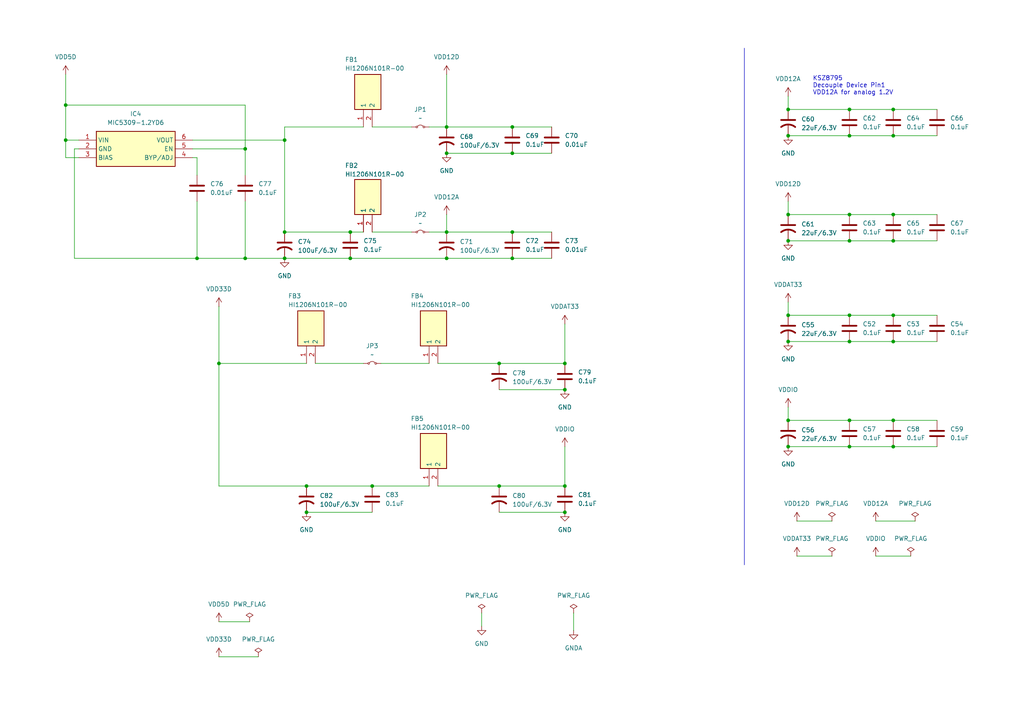
<source format=kicad_sch>
(kicad_sch (version 20250114) (generator "eeschema") (generator_version "9.0")
  (paper "A4")
  (lib_symbols
    (symbol "Device:C" (pin_numbers (hide yes)) (pin_names (offset 0.254))
      (property "Reference" "C" (at 0.635 2.54 0))
      (property "Value" "C" (at 0.635 -2.54 0))
      (symbol "C_0_1"
        (polyline (pts (xy -2.032 0.762) (xy 2.032 0.762)) (stroke (width 0.508)))
        (polyline (pts (xy -2.032 -0.762) (xy 2.032 -0.762)) (stroke (width 0.508)))
      )
      (symbol "C_1_1"
        (pin passive line (at 0 3.81 270) (length 2.794) (name "~") (number "1"))
        (pin passive line (at 0 -3.81 90) (length 2.794) (name "~") (number "2"))
      )
    )
    (symbol "Device:C_US" (pin_numbers (hide yes)) (pin_names (offset 0.254) (hide yes))
      (property "Reference" "C" (at 0.635 2.54 0))
      (property "Value" "C_US" (at 0.635 -2.54 0))
      (symbol "C_US_0_1"
        (polyline (pts (xy -2.032 0.762) (xy 2.032 0.762)) (stroke (width 0.508)))
        (arc (start -2.032 -1.27) (mid 0 -0.5572) (end 2.032 -1.27) (stroke (width 0.508)))
      )
      (symbol "C_US_1_1"
        (pin passive line (at 0 3.81 270) (length 2.794) (name "~") (number "1"))
        (pin passive line (at 0 -3.81 90) (length 3.302) (name "~") (number "2"))
      )
    )
    (symbol "Jumper:Jumper_2_Small_Bridged" (pin_numbers (hide yes)) (pin_names (offset 0) (hide yes))
      (property "Reference" "JP" (at 0 2.032 0))
      (property "Value" "Jumper_2_Small_Bridged" (at 0 -2.286 0))
      (symbol "Jumper_2_Small_Bridged_0_0"
        (circle (center -1.016 0) (radius 0.254))
        (circle (center 1.016 0) (radius 0.254))
      )
      (symbol "Jumper_2_Small_Bridged_0_1"
        (arc (start -0.762 0.254) (mid 0 0.5696) (end 0.762 0.254))
      )
      (symbol "Jumper_2_Small_Bridged_1_1"
        (pin passive line (at -2.54 0 0) (length 1.27) (name "A") (number "1"))
        (pin passive line (at 2.54 0 180) (length 1.27) (name "B") (number "2"))
      )
    )
    (symbol "SamacSys_Parts:HI1206N101R-00"
      (property "Reference" "FB" (at 16.51 7.62 0))
      (property "Value" "HI1206N101R-00" (at 16.51 5.08 0))
      (symbol "HI1206N101R-00_1_1"
        (rectangle (start 5.08 2.54) (end 15.24 -5.08) (stroke (width 0.254)) (fill (type background)))
        (pin passive line (at 0 0 0) (length 5.08) (name "1") (number "1"))
        (pin passive line (at 0 -2.54 0) (length 5.08) (name "2") (number "2"))
      )
    )
    (symbol "SamacSys_Parts:MIC5309-1.2YD6"
      (property "Reference" "IC" (at 29.21 7.62 0))
      (property "Value" "MIC5309-1.2YD6" (at 29.21 5.08 0))
      (symbol "MIC5309-1.2YD6_1_1"
        (rectangle (start 5.08 2.54) (end 27.94 -7.62) (stroke (width 0.254)) (fill (type background)))
        (pin passive line (at 0 0 0) (length 5.08) (name "VIN") (number "1"))
        (pin passive line (at 0 -2.54 0) (length 5.08) (name "GND") (number "2"))
        (pin passive line (at 0 -5.08 0) (length 5.08) (name "BIAS") (number "3"))
        (pin passive line (at 33.02 0 180) (length 5.08) (name "VOUT") (number "6"))
        (pin passive line (at 33.02 -2.54 180) (length 5.08) (name "EN") (number "5"))
        (pin passive line (at 33.02 -5.08 180) (length 5.08) (name "BYP/ADJ") (number "4"))
      )
    )
    (symbol "power:GND" (power) (pin_numbers (hide yes)) (pin_names (offset 0) (hide yes))
      (property "Value" "GND" (at 0 -3.81 0))
      (symbol "GND_0_1"
        (polyline (pts (xy 0 0) (xy 0 -1.27) (xy 1.27 -1.27) (xy 0 -2.54) (xy -1.27 -1.27) (xy 0 -1.27)))
      )
      (symbol "GND_1_1"
        (pin power_in line (at 0 0 270) (length 0) (name "~") (number "1"))
      )
    )
    (symbol "power:GNDA" (power) (pin_numbers (hide yes)) (pin_names (offset 0) (hide yes))
      (property "Value" "GNDA" (at 0 -3.81 0))
      (symbol "GNDA_0_1"
        (polyline (pts (xy 0 0) (xy 0 -1.27) (xy 1.27 -1.27) (xy 0 -2.54) (xy -1.27 -1.27) (xy 0 -1.27)))
      )
      (symbol "GNDA_1_1"
        (pin power_in line (at 0 0 270) (length 0) (name "~") (number "1"))
      )
    )
    (symbol "power:PWR_FLAG" (power) (pin_numbers (hide yes)) (pin_names (offset 0) (hide yes))
      (property "Value" "PWR_FLAG" (at 0 3.81 0))
      (symbol "PWR_FLAG_0_0"
        (pin power_out line (at 0 0 90) (length 0) (name "~") (number "1"))
      )
      (symbol "PWR_FLAG_0_1"
        (polyline (pts (xy 0 0) (xy 0 1.27) (xy -1.016 1.905) (xy 0 2.54) (xy 1.016 1.905) (xy 0 1.27)))
      )
    )
    (symbol "power:VDD" (power) (pin_numbers (hide yes)) (pin_names (offset 0) (hide yes))
      (property "Value" "VDD" (at 0 3.556 0))
      (symbol "VDD_0_1"
        (polyline (pts (xy -0.762 1.27) (xy 0 2.54)))
        (polyline (pts (xy 0 2.54) (xy 0.762 1.27)))
        (polyline (pts (xy 0 0) (xy 0 2.54)))
      )
      (symbol "VDD_1_1"
        (pin power_in line (at 0 0 90) (length 0) (name "~") (number "1"))
      )
    )
    (symbol "power:VDDA" (power) (pin_numbers (hide yes)) (pin_names (offset 0) (hide yes))
      (property "Value" "VDDA" (at 0 3.556 0))
      (symbol "VDDA_0_1"
        (polyline (pts (xy -0.762 1.27) (xy 0 2.54)))
        (polyline (pts (xy 0 2.54) (xy 0.762 1.27)))
        (polyline (pts (xy 0 0) (xy 0 2.54)))
      )
      (symbol "VDDA_1_1"
        (pin power_in line (at 0 0 90) (length 0) (name "~") (number "1"))
      )
    )
  )
  (text "KSZ8795\nDecouple Device Pin1\nVDD12A for analog 1.2V" (at 235.712 24.892 0) (effects (font (size 1.27 1.27)) (justify left)))
  (junction (at 144.78 140.97))
  (junction (at 163.83 140.97))
  (junction (at 246.38 62.23))
  (junction (at 82.55 67.31))
  (junction (at 228.6 121.92))
  (junction (at 148.59 44.45))
  (junction (at 71.12 43.18))
  (junction (at 148.59 67.31))
  (junction (at 82.55 40.64))
  (junction (at 144.78 105.41))
  (junction (at 228.6 129.54))
  (junction (at 129.54 67.31))
  (junction (at 246.38 91.44))
  (junction (at 246.38 39.37))
  (junction (at 88.9 148.59))
  (junction (at 163.83 105.41))
  (junction (at 101.6 67.31))
  (junction (at 228.6 99.06))
  (junction (at 259.08 121.92))
  (junction (at 228.6 39.37))
  (junction (at 259.08 91.44))
  (junction (at 259.08 39.37))
  (junction (at 163.83 148.59))
  (junction (at 246.38 69.85))
  (junction (at 148.59 74.93))
  (junction (at 88.9 140.97))
  (junction (at 129.54 74.93))
  (junction (at 82.55 74.93))
  (junction (at 148.59 36.83))
  (junction (at 129.54 44.45))
  (junction (at 71.12 74.93))
  (junction (at 228.6 62.23))
  (junction (at 246.38 129.54))
  (junction (at 228.6 69.85))
  (junction (at 63.5 105.41))
  (junction (at 246.38 121.92))
  (junction (at 259.08 62.23))
  (junction (at 259.08 31.75))
  (junction (at 259.08 99.06))
  (junction (at 246.38 99.06))
  (junction (at 228.6 31.75))
  (junction (at 246.38 31.75))
  (junction (at 101.6 74.93))
  (junction (at 129.54 36.83))
  (junction (at 107.95 140.97))
  (junction (at 228.6 91.44))
  (junction (at 19.05 30.48))
  (junction (at 19.05 40.64))
  (junction (at 259.08 129.54))
  (junction (at 259.08 69.85))
  (junction (at 57.15 74.93))
  (junction (at 163.83 113.03))
  (wire (pts (xy 107.95 140.97) (xy 124.46 140.97)))
  (wire (pts (xy 129.54 36.83) (xy 148.59 36.83)))
  (wire (pts (xy 21.59 74.93) (xy 57.15 74.93)))
  (wire (pts (xy 82.55 67.31) (xy 101.6 67.31)))
  (wire (pts (xy 63.5 140.97) (xy 88.9 140.97)))
  (wire (pts (xy 228.6 62.23) (xy 246.38 62.23)))
  (wire (pts (xy 246.38 129.54) (xy 259.08 129.54)))
  (wire (pts (xy 124.46 67.31) (xy 129.54 67.31)))
  (wire (pts (xy 228.6 129.54) (xy 246.38 129.54)))
  (wire (pts (xy 228.6 121.92) (xy 246.38 121.92)))
  (wire (pts (xy 63.5 190.5) (xy 74.93 190.5)))
  (wire (pts (xy 88.9 148.59) (xy 107.95 148.59)))
  (wire (pts (xy 110.49 105.41) (xy 124.46 105.41)))
  (wire (pts (xy 228.6 99.06) (xy 246.38 99.06)))
  (wire (pts (xy 228.6 39.37) (xy 246.38 39.37)))
  (wire (pts (xy 148.59 36.83) (xy 160.02 36.83)))
  (wire (pts (xy 57.15 74.93) (xy 71.12 74.93)))
  (wire (pts (xy 246.38 31.75) (xy 259.08 31.75)))
  (wire (pts (xy 82.55 74.93) (xy 101.6 74.93)))
  (wire (pts (xy 144.78 113.03) (xy 163.83 113.03)))
  (wire (pts (xy 127 105.41) (xy 144.78 105.41)))
  (wire (pts (xy 21.59 43.18) (xy 21.59 74.93)))
  (wire (pts (xy 259.08 62.23) (xy 271.78 62.23)))
  (wire (pts (xy 22.86 43.18) (xy 21.59 43.18)))
  (wire (pts (xy 163.83 129.54) (xy 163.83 140.97)))
  (wire (pts (xy 259.08 31.75) (xy 271.78 31.75)))
  (wire (pts (xy 144.78 148.59) (xy 163.83 148.59)))
  (wire (pts (xy 57.15 45.72) (xy 57.15 50.8)))
  (wire (pts (xy 101.6 67.31) (xy 105.41 67.31)))
  (wire (pts (xy 129.54 21.59) (xy 129.54 36.83)))
  (wire (pts (xy 228.6 91.44) (xy 246.38 91.44)))
  (wire (pts (xy 88.9 140.97) (xy 107.95 140.97)))
  (wire (pts (xy 71.12 74.93) (xy 82.55 74.93)))
  (wire (pts (xy 63.5 88.9) (xy 63.5 105.41)))
  (wire (pts (xy 71.12 58.42) (xy 71.12 74.93)))
  (wire (pts (xy 228.6 118.11) (xy 228.6 121.92)))
  (wire (pts (xy 259.08 69.85) (xy 271.78 69.85)))
  (wire (pts (xy 148.59 74.93) (xy 160.02 74.93)))
  (wire (pts (xy 246.38 99.06) (xy 259.08 99.06)))
  (wire (pts (xy 144.78 140.97) (xy 163.83 140.97)))
  (wire (pts (xy 166.37 177.8) (xy 166.37 182.88)))
  (wire (pts (xy 71.12 43.18) (xy 71.12 50.8)))
  (wire (pts (xy 63.5 105.41) (xy 63.5 140.97)))
  (wire (pts (xy 254 151.13) (xy 265.43 151.13)))
  (wire (pts (xy 127 140.97) (xy 144.78 140.97)))
  (wire (pts (xy 246.38 91.44) (xy 259.08 91.44)))
  (wire (pts (xy 22.86 45.72) (xy 19.05 45.72)))
  (wire (pts (xy 246.38 69.85) (xy 259.08 69.85)))
  (wire (pts (xy 228.6 27.94) (xy 228.6 31.75)))
  (wire (pts (xy 259.08 91.44) (xy 271.78 91.44)))
  (wire (pts (xy 101.6 74.93) (xy 129.54 74.93)))
  (polyline (pts (xy 215.9 13.97) (xy 215.9 163.83)))
  (wire (pts (xy 139.7 177.8) (xy 139.7 181.61)))
  (wire (pts (xy 57.15 58.42) (xy 57.15 74.93)))
  (wire (pts (xy 144.78 105.41) (xy 163.83 105.41)))
  (wire (pts (xy 107.95 67.31) (xy 119.38 67.31)))
  (wire (pts (xy 259.08 39.37) (xy 271.78 39.37)))
  (wire (pts (xy 228.6 31.75) (xy 246.38 31.75)))
  (wire (pts (xy 129.54 67.31) (xy 148.59 67.31)))
  (wire (pts (xy 246.38 62.23) (xy 259.08 62.23)))
  (wire (pts (xy 246.38 121.92) (xy 259.08 121.92)))
  (wire (pts (xy 259.08 121.92) (xy 271.78 121.92)))
  (wire (pts (xy 82.55 36.83) (xy 82.55 40.64)))
  (wire (pts (xy 91.44 105.41) (xy 105.41 105.41)))
  (wire (pts (xy 71.12 30.48) (xy 19.05 30.48)))
  (wire (pts (xy 63.5 180.34) (xy 72.39 180.34)))
  (wire (pts (xy 259.08 129.54) (xy 271.78 129.54)))
  (wire (pts (xy 163.83 93.98) (xy 163.83 105.41)))
  (wire (pts (xy 129.54 62.23) (xy 129.54 67.31)))
  (wire (pts (xy 82.55 40.64) (xy 82.55 67.31)))
  (wire (pts (xy 55.88 43.18) (xy 71.12 43.18)))
  (wire (pts (xy 129.54 44.45) (xy 148.59 44.45)))
  (wire (pts (xy 228.6 87.63) (xy 228.6 91.44)))
  (wire (pts (xy 231.14 161.29) (xy 241.3 161.29)))
  (wire (pts (xy 259.08 99.06) (xy 271.78 99.06)))
  (wire (pts (xy 254 161.29) (xy 264.16 161.29)))
  (wire (pts (xy 129.54 74.93) (xy 148.59 74.93)))
  (wire (pts (xy 71.12 43.18) (xy 71.12 30.48)))
  (wire (pts (xy 19.05 30.48) (xy 19.05 40.64)))
  (wire (pts (xy 82.55 36.83) (xy 105.41 36.83)))
  (wire (pts (xy 246.38 39.37) (xy 259.08 39.37)))
  (wire (pts (xy 55.88 40.64) (xy 82.55 40.64)))
  (wire (pts (xy 231.14 151.13) (xy 241.3 151.13)))
  (wire (pts (xy 228.6 69.85) (xy 246.38 69.85)))
  (wire (pts (xy 57.15 45.72) (xy 55.88 45.72)))
  (wire (pts (xy 19.05 21.59) (xy 19.05 30.48)))
  (wire (pts (xy 148.59 67.31) (xy 160.02 67.31)))
  (wire (pts (xy 107.95 36.83) (xy 119.38 36.83)))
  (wire (pts (xy 19.05 40.64) (xy 22.86 40.64)))
  (wire (pts (xy 124.46 36.83) (xy 129.54 36.83)))
  (wire (pts (xy 19.05 40.64) (xy 19.05 45.72)))
  (wire (pts (xy 148.59 44.45) (xy 160.02 44.45)))
  (wire (pts (xy 228.6 58.42) (xy 228.6 62.23)))
  (wire (pts (xy 63.5 105.41) (xy 88.9 105.41)))
  (symbol (lib_id "SamacSys_Parts:HI1206N101R-00") (at 88.9 105.41 90) (unit 1)
    (property "Reference" "FB3" (at 83.566 85.852 90) (effects (justify right)))
    (property "Value" "HI1206N101R-00" (at 83.566 88.392 90) (effects (justify right)))
    (property "Footprint" "SamaSys_Parts:BEADC3216X130N" (effects (hide yes)))
    (property "Datasheet" "https://datasheet.datasheetarchive.com/originals/distributors/Datasheets-32/DSA-630090.pdf" (effects (hide yes)))
    (property "Description" "High Current Ferrite Bead" (effects (hide yes)))
    (property "Height" "1.3" (effects (hide yes)))
    (property "Manufacturer_Name" "Laird-Signal Integrity Products" (effects (hide yes)))
    (property "Manufacturer_Part_Number" "HI1206N101R-00" (effects (hide yes)))
  )
  (symbol (lib_id "power:GND") (at 228.6 129.54 0) (unit 1)
    (property "Reference" "#PWR074" (effects (hide yes)))
    (property "Value" "GND" (at 228.6 134.62 0))
    (property "Description" "Power symbol creates a global label with name \"GND\" , ground" (effects (hide yes)))
  )
  (symbol (lib_id "power:PWR_FLAG") (at 72.39 180.34 0) (unit 1)
    (property "Reference" "#FLG01" (effects (hide yes)))
    (property "Value" "PWR_FLAG" (at 72.39 175.26 0))
    (property "Description" "Special symbol for telling ERC where power comes from" (effects (hide yes)))
  )
  (symbol (lib_id "Device:C") (at 160.02 71.12 0) (unit 1)
    (property "Reference" "C73" (at 163.83 69.8499 0) (effects (justify left)))
    (property "Value" "0.01uF" (at 163.83 72.3899 0) (effects (justify left)))
    (property "Footprint" "Capacitor_SMD:C_0603_1608Metric" (effects (hide yes)))
    (property "Description" "Unpolarized capacitor" (effects (hide yes)))
  )
  (symbol (lib_id "Jumper:Jumper_2_Small_Bridged") (at 121.92 67.31 0) (unit 1)
    (property "Reference" "JP2" (at 121.92 62.23 0))
    (property "Value" "~" (at 121.92 64.77 0))
    (property "Footprint" "Jumper:SolderJumper-2_P1.3mm_Open_RoundedPad1.0x1.5mm" (effects (hide yes)))
    (property "Description" "Jumper, 2-pole, small symbol, bridged" (effects (hide yes)))
  )
  (symbol (lib_id "SamacSys_Parts:HI1206N101R-00") (at 105.41 67.31 90) (unit 1)
    (property "Reference" "FB2" (at 100.076 48.006 90) (effects (justify right)))
    (property "Value" "HI1206N101R-00" (at 100.076 50.546 90) (effects (justify right)))
    (property "Footprint" "SamaSys_Parts:BEADC3216X130N" (effects (hide yes)))
    (property "Datasheet" "https://datasheet.datasheetarchive.com/originals/distributors/Datasheets-32/DSA-630090.pdf" (effects (hide yes)))
    (property "Description" "High Current Ferrite Bead" (effects (hide yes)))
    (property "Height" "1.3" (effects (hide yes)))
    (property "Manufacturer_Name" "Laird-Signal Integrity Products" (effects (hide yes)))
    (property "Manufacturer_Part_Number" "HI1206N101R-00" (effects (hide yes)))
  )
  (symbol (lib_id "Device:C") (at 246.38 35.56 0) (unit 1)
    (property "Reference" "C62" (at 250.19 34.2899 0) (effects (justify left)))
    (property "Value" "0.1uF" (at 250.19 36.8299 0) (effects (justify left)))
    (property "Footprint" "Capacitor_SMD:C_0603_1608Metric" (effects (hide yes)))
    (property "Description" "Unpolarized capacitor" (effects (hide yes)))
  )
  (symbol (lib_id "Device:C") (at 246.38 125.73 0) (unit 1)
    (property "Reference" "C57" (at 250.19 124.4599 0) (effects (justify left)))
    (property "Value" "0.1uF" (at 250.19 126.9999 0) (effects (justify left)))
    (property "Footprint" "Capacitor_SMD:C_0603_1608Metric" (effects (hide yes)))
    (property "Description" "Unpolarized capacitor" (effects (hide yes)))
  )
  (symbol (lib_id "power:GND") (at 82.55 74.93 0) (unit 1)
    (property "Reference" "#PWR079" (effects (hide yes)))
    (property "Value" "GND" (at 82.55 80.01 0))
    (property "Description" "Power symbol creates a global label with name \"GND\" , ground" (effects (hide yes)))
  )
  (symbol (lib_id "Device:C") (at 259.08 66.04 0) (unit 1)
    (property "Reference" "C65" (at 262.89 64.7699 0) (effects (justify left)))
    (property "Value" "0.1uF" (at 262.89 67.3099 0) (effects (justify left)))
    (property "Footprint" "Capacitor_SMD:C_0603_1608Metric" (effects (hide yes)))
    (property "Description" "Unpolarized capacitor" (effects (hide yes)))
  )
  (symbol (lib_id "Device:C") (at 246.38 95.25 0) (unit 1)
    (property "Reference" "C52" (at 250.19 93.9799 0) (effects (justify left)))
    (property "Value" "0.1uF" (at 250.19 96.5199 0) (effects (justify left)))
    (property "Footprint" "Capacitor_SMD:C_0603_1608Metric" (effects (hide yes)))
    (property "Description" "Unpolarized capacitor" (effects (hide yes)))
  )
  (symbol (lib_id "power:GND") (at 129.54 44.45 0) (unit 1)
    (property "Reference" "#PWR080" (effects (hide yes)))
    (property "Value" "GND" (at 129.54 49.53 0))
    (property "Description" "Power symbol creates a global label with name \"GND\" , ground" (effects (hide yes)))
  )
  (symbol (lib_id "Device:C") (at 271.78 66.04 0) (unit 1)
    (property "Reference" "C67" (at 275.59 64.7699 0) (effects (justify left)))
    (property "Value" "0.1uF" (at 275.59 67.3099 0) (effects (justify left)))
    (property "Footprint" "Capacitor_SMD:C_0603_1608Metric" (effects (hide yes)))
    (property "Description" "Unpolarized capacitor" (effects (hide yes)))
  )
  (symbol (lib_id "Device:C_US") (at 88.9 144.78 0) (unit 1)
    (property "Reference" "C82" (at 92.71 143.7639 0) (effects (justify left)))
    (property "Value" "100uF/6.3V" (at 92.71 146.3039 0) (effects (justify left)))
    (property "Footprint" "Capacitor_SMD:C_1206_3216Metric" (effects (hide yes)))
    (property "Description" "capacitor, US symbol" (effects (hide yes)))
  )
  (symbol (lib_id "Device:C") (at 57.15 54.61 0) (unit 1)
    (property "Reference" "C76" (at 60.96 53.3399 0) (effects (justify left)))
    (property "Value" "0.01uF" (at 60.96 55.8799 0) (effects (justify left)))
    (property "Footprint" "Capacitor_SMD:C_0603_1608Metric" (effects (hide yes)))
    (property "Description" "Unpolarized capacitor" (effects (hide yes)))
  )
  (symbol (lib_id "power:PWR_FLAG") (at 265.43 151.13 0) (unit 1)
    (property "Reference" "#FLG05" (effects (hide yes)))
    (property "Value" "PWR_FLAG" (at 265.43 146.05 0))
    (property "Description" "Special symbol for telling ERC where power comes from" (effects (hide yes)))
  )
  (symbol (lib_id "power:PWR_FLAG") (at 241.3 151.13 0) (unit 1)
    (property "Reference" "#FLG07" (effects (hide yes)))
    (property "Value" "PWR_FLAG" (at 241.3 146.05 0))
    (property "Description" "Special symbol for telling ERC where power comes from" (effects (hide yes)))
  )
  (symbol (lib_id "Device:C_US") (at 144.78 144.78 0) (unit 1)
    (property "Reference" "C80" (at 148.59 143.7639 0) (effects (justify left)))
    (property "Value" "100uF/6.3V" (at 148.59 146.3039 0) (effects (justify left)))
    (property "Footprint" "Capacitor_SMD:C_1206_3216Metric" (effects (hide yes)))
    (property "Description" "capacitor, US symbol" (effects (hide yes)))
  )
  (symbol (lib_id "power:PWR_FLAG") (at 166.37 177.8 0) (unit 1)
    (property "Reference" "#FLG011" (effects (hide yes)))
    (property "Value" "PWR_FLAG" (at 166.37 172.72 0))
    (property "Description" "Special symbol for telling ERC where power comes from" (effects (hide yes)))
  )
  (symbol (lib_id "Device:C_US") (at 129.54 71.12 0) (unit 1)
    (property "Reference" "C71" (at 133.35 70.1039 0) (effects (justify left)))
    (property "Value" "100uF/6.3V" (at 133.35 72.6439 0) (effects (justify left)))
    (property "Footprint" "Capacitor_SMD:C_1206_3216Metric" (effects (hide yes)))
    (property "Description" "capacitor, US symbol" (effects (hide yes)))
  )
  (symbol (lib_id "power:GND") (at 228.6 39.37 0) (unit 1)
    (property "Reference" "#PWR076" (effects (hide yes)))
    (property "Value" "GND" (at 228.6 44.45 0))
    (property "Description" "Power symbol creates a global label with name \"GND\" , ground" (effects (hide yes)))
  )
  (symbol (lib_id "Device:C") (at 163.83 109.22 0) (unit 1)
    (property "Reference" "C79" (at 167.64 107.9499 0) (effects (justify left)))
    (property "Value" "0.1uF" (at 167.64 110.4899 0) (effects (justify left)))
    (property "Footprint" "Capacitor_SMD:C_0603_1608Metric" (effects (hide yes)))
    (property "Description" "Unpolarized capacitor" (effects (hide yes)))
  )
  (symbol (lib_id "Device:C") (at 160.02 40.64 0) (unit 1)
    (property "Reference" "C70" (at 163.83 39.3699 0) (effects (justify left)))
    (property "Value" "0.01uF" (at 163.83 41.9099 0) (effects (justify left)))
    (property "Footprint" "Capacitor_SMD:C_0603_1608Metric" (effects (hide yes)))
    (property "Description" "Unpolarized capacitor" (effects (hide yes)))
  )
  (symbol (lib_id "Device:C_US") (at 129.54 40.64 0) (unit 1)
    (property "Reference" "C68" (at 133.35 39.6239 0) (effects (justify left)))
    (property "Value" "100uF/6.3V" (at 133.35 42.1639 0) (effects (justify left)))
    (property "Footprint" "Capacitor_SMD:C_1206_3216Metric" (effects (hide yes)))
    (property "Description" "capacitor, US symbol" (effects (hide yes)))
  )
  (symbol (lib_id "power:VDDA") (at 228.6 58.42 0) (unit 1)
    (property "Reference" "#PWR077" (effects (hide yes)))
    (property "Value" "VDD12D" (at 228.6 53.34 0))
    (property "Description" "Power symbol creates a global label with name \"VDDA\"" (effects (hide yes)))
  )
  (symbol (lib_id "Device:C") (at 107.95 144.78 0) (unit 1)
    (property "Reference" "C83" (at 111.76 143.5099 0) (effects (justify left)))
    (property "Value" "0.1uF" (at 111.76 146.0499 0) (effects (justify left)))
    (property "Footprint" "Capacitor_SMD:C_0603_1608Metric" (effects (hide yes)))
    (property "Description" "Unpolarized capacitor" (effects (hide yes)))
  )
  (symbol (lib_id "Device:C_US") (at 144.78 109.22 0) (unit 1)
    (property "Reference" "C78" (at 148.59 108.2039 0) (effects (justify left)))
    (property "Value" "100uF/6.3V" (at 148.59 110.7439 0) (effects (justify left)))
    (property "Footprint" "Capacitor_SMD:C_1206_3216Metric" (effects (hide yes)))
    (property "Description" "capacitor, US symbol" (effects (hide yes)))
  )
  (symbol (lib_id "power:VDD") (at 63.5 88.9 0) (unit 1)
    (property "Reference" "#PWR082" (effects (hide yes)))
    (property "Value" "VDD33D" (at 63.5 83.82 0))
    (property "Description" "Power symbol creates a global label with name \"VDD\"" (effects (hide yes)))
  )
  (symbol (lib_id "power:VDDA") (at 129.54 62.23 0) (unit 1)
    (property "Reference" "#PWR012" (effects (hide yes)))
    (property "Value" "VDD12A" (at 129.54 57.15 0))
    (property "Description" "Power symbol creates a global label with name \"VDDA\"" (effects (hide yes)))
  )
  (symbol (lib_id "Device:C_US") (at 228.6 35.56 0) (unit 1)
    (property "Reference" "C60" (at 232.41 34.5439 0) (effects (justify left)))
    (property "Value" "22uF/6.3V" (at 232.41 37.0839 0) (effects (justify left)))
    (property "Footprint" "Capacitor_SMD:C_0603_1608Metric" (effects (hide yes)))
    (property "Description" "capacitor, US symbol" (effects (hide yes)))
  )
  (symbol (lib_id "power:VDD") (at 163.83 129.54 0) (unit 1)
    (property "Reference" "#PWR086" (effects (hide yes)))
    (property "Value" "VDDIO" (at 163.83 124.46 0))
    (property "Description" "Power symbol creates a global label with name \"VDD\"" (effects (hide yes)))
  )
  (symbol (lib_id "power:VDDA") (at 163.83 93.98 0) (unit 1)
    (property "Reference" "#PWR087" (effects (hide yes)))
    (property "Value" "VDDAT33" (at 163.83 88.9 0))
    (property "Description" "Power symbol creates a global label with name \"VDDA\"" (effects (hide yes)))
  )
  (symbol (lib_id "Jumper:Jumper_2_Small_Bridged") (at 121.92 36.83 0) (unit 1)
    (property "Reference" "JP1" (at 121.92 31.75 0))
    (property "Value" "~" (at 121.92 34.29 0))
    (property "Footprint" "Jumper:SolderJumper-2_P1.3mm_Open_RoundedPad1.0x1.5mm" (effects (hide yes)))
    (property "Description" "Jumper, 2-pole, small symbol, bridged" (effects (hide yes)))
  )
  (symbol (lib_id "Device:C") (at 259.08 95.25 0) (unit 1)
    (property "Reference" "C53" (at 262.89 93.9799 0) (effects (justify left)))
    (property "Value" "0.1uF" (at 262.89 96.5199 0) (effects (justify left)))
    (property "Footprint" "Capacitor_SMD:C_0603_1608Metric" (effects (hide yes)))
    (property "Description" "Unpolarized capacitor" (effects (hide yes)))
  )
  (symbol (lib_id "power:GND") (at 88.9 148.59 0) (unit 1)
    (property "Reference" "#PWR085" (effects (hide yes)))
    (property "Value" "GND" (at 88.9 153.67 0))
    (property "Description" "Power symbol creates a global label with name \"GND\" , ground" (effects (hide yes)))
  )
  (symbol (lib_id "power:VDD") (at 254 161.29 0) (unit 1)
    (property "Reference" "#PWR06" (effects (hide yes)))
    (property "Value" "VDDIO" (at 254 156.21 0))
    (property "Description" "Power symbol creates a global label with name \"VDD\"" (effects (hide yes)))
  )
  (symbol (lib_id "power:VDD") (at 63.5 180.34 0) (unit 1)
    (property "Reference" "#PWR01" (effects (hide yes)))
    (property "Value" "VDD5D" (at 63.5 175.26 0))
    (property "Description" "Power symbol creates a global label with name \"VDD\"" (effects (hide yes)))
  )
  (symbol (lib_id "Device:C") (at 271.78 125.73 0) (unit 1)
    (property "Reference" "C59" (at 275.59 124.4599 0) (effects (justify left)))
    (property "Value" "0.1uF" (at 275.59 126.9999 0) (effects (justify left)))
    (property "Footprint" "Capacitor_SMD:C_0603_1608Metric" (effects (hide yes)))
    (property "Description" "Unpolarized capacitor" (effects (hide yes)))
  )
  (symbol (lib_id "SamacSys_Parts:HI1206N101R-00") (at 124.46 105.41 90) (unit 1)
    (property "Reference" "FB4" (at 119.126 85.852 90) (effects (justify right)))
    (property "Value" "HI1206N101R-00" (at 119.126 88.392 90) (effects (justify right)))
    (property "Footprint" "SamaSys_Parts:BEADC3216X130N" (effects (hide yes)))
    (property "Datasheet" "https://datasheet.datasheetarchive.com/originals/distributors/Datasheets-32/DSA-630090.pdf" (effects (hide yes)))
    (property "Description" "High Current Ferrite Bead" (effects (hide yes)))
    (property "Height" "1.3" (effects (hide yes)))
    (property "Manufacturer_Name" "Laird-Signal Integrity Products" (effects (hide yes)))
    (property "Manufacturer_Part_Number" "HI1206N101R-00" (effects (hide yes)))
  )
  (symbol (lib_id "Device:C") (at 271.78 35.56 0) (unit 1)
    (property "Reference" "C66" (at 275.59 34.2899 0) (effects (justify left)))
    (property "Value" "0.1uF" (at 275.59 36.8299 0) (effects (justify left)))
    (property "Footprint" "Capacitor_SMD:C_0603_1608Metric" (effects (hide yes)))
    (property "Description" "Unpolarized capacitor" (effects (hide yes)))
  )
  (symbol (lib_id "Device:C") (at 271.78 95.25 0) (unit 1)
    (property "Reference" "C54" (at 275.59 93.9799 0) (effects (justify left)))
    (property "Value" "0.1uF" (at 275.59 96.5199 0) (effects (justify left)))
    (property "Footprint" "Capacitor_SMD:C_0603_1608Metric" (effects (hide yes)))
    (property "Description" "Unpolarized capacitor" (effects (hide yes)))
  )
  (symbol (lib_id "power:PWR_FLAG") (at 241.3 161.29 0) (unit 1)
    (property "Reference" "#FLG04" (effects (hide yes)))
    (property "Value" "PWR_FLAG" (at 241.3 156.21 0))
    (property "Description" "Special symbol for telling ERC where power comes from" (effects (hide yes)))
  )
  (symbol (lib_id "Device:C") (at 101.6 71.12 0) (unit 1)
    (property "Reference" "C75" (at 105.41 69.8499 0) (effects (justify left)))
    (property "Value" "0.1uF" (at 105.41 72.3899 0) (effects (justify left)))
    (property "Footprint" "Capacitor_SMD:C_0603_1608Metric" (effects (hide yes)))
    (property "Description" "Unpolarized capacitor" (effects (hide yes)))
  )
  (symbol (lib_id "Device:C") (at 259.08 35.56 0) (unit 1)
    (property "Reference" "C64" (at 262.89 34.2899 0) (effects (justify left)))
    (property "Value" "0.1uF" (at 262.89 36.8299 0) (effects (justify left)))
    (property "Footprint" "Capacitor_SMD:C_0603_1608Metric" (effects (hide yes)))
    (property "Description" "Unpolarized capacitor" (effects (hide yes)))
  )
  (symbol (lib_id "Jumper:Jumper_2_Small_Bridged") (at 107.95 105.41 0) (unit 1)
    (property "Reference" "JP3" (at 107.95 100.33 0))
    (property "Value" "~" (at 107.95 102.87 0))
    (property "Footprint" "Jumper:SolderJumper-2_P1.3mm_Open_RoundedPad1.0x1.5mm" (effects (hide yes)))
    (property "Description" "Jumper, 2-pole, small symbol, bridged" (effects (hide yes)))
  )
  (symbol (lib_id "SamacSys_Parts:HI1206N101R-00") (at 124.46 140.97 90) (unit 1)
    (property "Reference" "FB5" (at 119.126 121.412 90) (effects (justify right)))
    (property "Value" "HI1206N101R-00" (at 119.126 123.952 90) (effects (justify right)))
    (property "Footprint" "SamaSys_Parts:BEADC3216X130N" (effects (hide yes)))
    (property "Datasheet" "https://datasheet.datasheetarchive.com/originals/distributors/Datasheets-32/DSA-630090.pdf" (effects (hide yes)))
    (property "Description" "High Current Ferrite Bead" (effects (hide yes)))
    (property "Height" "1.3" (effects (hide yes)))
    (property "Manufacturer_Name" "Laird-Signal Integrity Products" (effects (hide yes)))
    (property "Manufacturer_Part_Number" "HI1206N101R-00" (effects (hide yes)))
  )
  (symbol (lib_id "power:VDDA") (at 228.6 87.63 0) (unit 1)
    (property "Reference" "#PWR069" (effects (hide yes)))
    (property "Value" "VDDAT33" (at 228.6 82.55 0))
    (property "Description" "Power symbol creates a global label with name \"VDDA\"" (effects (hide yes)))
  )
  (symbol (lib_id "power:GND") (at 139.7 181.61 0) (unit 1)
    (property "Reference" "#PWR08" (effects (hide yes)))
    (property "Value" "GND" (at 139.7 186.69 0))
    (property "Description" "Power symbol creates a global label with name \"GND\" , ground" (effects (hide yes)))
  )
  (symbol (lib_id "power:GND") (at 228.6 69.85 0) (unit 1)
    (property "Reference" "#PWR078" (effects (hide yes)))
    (property "Value" "GND" (at 228.6 74.93 0))
    (property "Description" "Power symbol creates a global label with name \"GND\" , ground" (effects (hide yes)))
  )
  (symbol (lib_id "SamacSys_Parts:MIC5309-1.2YD6") (at 22.86 40.64 0) (unit 1)
    (property "Reference" "IC4" (at 39.37 33.02 0))
    (property "Value" "MIC5309-1.2YD6" (at 39.37 35.56 0))
    (property "Footprint" "SamaSys_Parts:SOT95P280X100-6N" (effects (hide yes)))
    (property "Datasheet" "https://4donline.ihs.com/images/VipMasterIC/IC/MCRL/MCRLS03111/MCRLS03111-1.pdf?hkey=EF798316E3902B6ED9A73243A3159BB0" (effects (hide yes)))
    (property "Description" "Linear Voltage Regulator IC Positive Fixed 1 Output 300mA TSOT-23-6" (effects (hide yes)))
    (property "Height" "1" (effects (hide yes)))
    (property "Manufacturer_Name" "Microchip" (effects (hide yes)))
    (property "Manufacturer_Part_Number" "MIC5309-1.2YD6" (effects (hide yes)))
  )
  (symbol (lib_id "power:VDDA") (at 254 151.13 0) (unit 1)
    (property "Reference" "#PWR05" (effects (hide yes)))
    (property "Value" "VDD12A" (at 254 146.05 0))
    (property "Description" "Power symbol creates a global label with name \"VDDA\"" (effects (hide yes)))
  )
  (symbol (lib_id "Device:C") (at 148.59 40.64 0) (unit 1)
    (property "Reference" "C69" (at 152.4 39.3699 0) (effects (justify left)))
    (property "Value" "0.1uF" (at 152.4 41.9099 0) (effects (justify left)))
    (property "Footprint" "Capacitor_SMD:C_0603_1608Metric" (effects (hide yes)))
    (property "Description" "Unpolarized capacitor" (effects (hide yes)))
  )
  (symbol (lib_id "power:VDDA") (at 129.54 21.59 0) (unit 1)
    (property "Reference" "#PWR011" (effects (hide yes)))
    (property "Value" "VDD12D" (at 129.54 16.51 0))
    (property "Description" "Power symbol creates a global label with name \"VDDA\"" (effects (hide yes)))
  )
  (symbol (lib_id "power:PWR_FLAG") (at 74.93 190.5 0) (unit 1)
    (property "Reference" "#FLG02" (effects (hide yes)))
    (property "Value" "PWR_FLAG" (at 74.93 185.42 0))
    (property "Description" "Special symbol for telling ERC where power comes from" (effects (hide yes)))
  )
  (symbol (lib_id "Device:C") (at 148.59 71.12 0) (unit 1)
    (property "Reference" "C72" (at 152.4 69.8499 0) (effects (justify left)))
    (property "Value" "0.1uF" (at 152.4 72.3899 0) (effects (justify left)))
    (property "Footprint" "Capacitor_SMD:C_0603_1608Metric" (effects (hide yes)))
    (property "Description" "Unpolarized capacitor" (effects (hide yes)))
  )
  (symbol (lib_id "Device:C") (at 163.83 144.78 0) (unit 1)
    (property "Reference" "C81" (at 167.64 143.5099 0) (effects (justify left)))
    (property "Value" "0.1uF" (at 167.64 146.0499 0) (effects (justify left)))
    (property "Footprint" "Capacitor_SMD:C_0603_1608Metric" (effects (hide yes)))
    (property "Description" "Unpolarized capacitor" (effects (hide yes)))
  )
  (symbol (lib_id "power:VDDA") (at 228.6 118.11 0) (unit 1)
    (property "Reference" "#PWR073" (effects (hide yes)))
    (property "Value" "VDDIO" (at 228.6 113.03 0))
    (property "Description" "Power symbol creates a global label with name \"VDDA\"" (effects (hide yes)))
  )
  (symbol (lib_id "power:VDD") (at 63.5 190.5 0) (unit 1)
    (property "Reference" "#PWR02" (effects (hide yes)))
    (property "Value" "VDD33D" (at 63.5 185.42 0))
    (property "Description" "Power symbol creates a global label with name \"VDD\"" (effects (hide yes)))
  )
  (symbol (lib_id "Device:C_US") (at 228.6 125.73 0) (unit 1)
    (property "Reference" "C56" (at 232.41 124.7139 0) (effects (justify left)))
    (property "Value" "22uF/6.3V" (at 232.41 127.2539 0) (effects (justify left)))
    (property "Footprint" "Capacitor_SMD:C_0603_1608Metric" (effects (hide yes)))
    (property "Description" "capacitor, US symbol" (effects (hide yes)))
  )
  (symbol (lib_id "Device:C_US") (at 228.6 95.25 0) (unit 1)
    (property "Reference" "C55" (at 232.41 94.2339 0) (effects (justify left)))
    (property "Value" "22uF/6.3V" (at 232.41 96.7739 0) (effects (justify left)))
    (property "Footprint" "Capacitor_SMD:C_0603_1608Metric" (effects (hide yes)))
    (property "Description" "capacitor, US symbol" (effects (hide yes)))
  )
  (symbol (lib_id "power:VDDA") (at 19.05 21.59 0) (unit 1)
    (property "Reference" "#PWR081" (effects (hide yes)))
    (property "Value" "VDD5D" (at 19.05 16.51 0))
    (property "Description" "Power symbol creates a global label with name \"VDDA\"" (effects (hide yes)))
  )
  (symbol (lib_id "power:VDD") (at 231.14 151.13 0) (unit 1)
    (property "Reference" "#PWR07" (effects (hide yes)))
    (property "Value" "VDD12D" (at 231.14 146.05 0))
    (property "Description" "Power symbol creates a global label with name \"VDD\"" (effects (hide yes)))
  )
  (symbol (lib_id "Device:C") (at 259.08 125.73 0) (unit 1)
    (property "Reference" "C58" (at 262.89 124.4599 0) (effects (justify left)))
    (property "Value" "0.1uF" (at 262.89 126.9999 0) (effects (justify left)))
    (property "Footprint" "Capacitor_SMD:C_0603_1608Metric" (effects (hide yes)))
    (property "Description" "Unpolarized capacitor" (effects (hide yes)))
  )
  (symbol (lib_id "power:GNDA") (at 166.37 182.88 0) (unit 1)
    (property "Reference" "#PWR03" (effects (hide yes)))
    (property "Value" "GNDA" (at 166.37 187.96 0))
    (property "Description" "Power symbol creates a global label with name \"GNDA\" , analog ground" (effects (hide yes)))
  )
  (symbol (lib_id "power:GND") (at 228.6 99.06 0) (unit 1)
    (property "Reference" "#PWR072" (effects (hide yes)))
    (property "Value" "GND" (at 228.6 104.14 0))
    (property "Description" "Power symbol creates a global label with name \"GND\" , ground" (effects (hide yes)))
  )
  (symbol (lib_id "power:VDDA") (at 228.6 27.94 0) (unit 1)
    (property "Reference" "#PWR075" (effects (hide yes)))
    (property "Value" "VDD12A" (at 228.6 22.86 0))
    (property "Description" "Power symbol creates a global label with name \"VDDA\"" (effects (hide yes)))
  )
  (symbol (lib_id "power:GND") (at 163.83 113.03 0) (unit 1)
    (property "Reference" "#PWR083" (effects (hide yes)))
    (property "Value" "GND" (at 163.83 118.11 0))
    (property "Description" "Power symbol creates a global label with name \"GND\" , ground" (effects (hide yes)))
  )
  (symbol (lib_id "power:PWR_FLAG") (at 264.16 161.29 0) (unit 1)
    (property "Reference" "#FLG06" (effects (hide yes)))
    (property "Value" "PWR_FLAG" (at 264.16 156.21 0))
    (property "Description" "Special symbol for telling ERC where power comes from" (effects (hide yes)))
  )
  (symbol (lib_id "Device:C_US") (at 82.55 71.12 0) (unit 1)
    (property "Reference" "C74" (at 86.36 70.1039 0) (effects (justify left)))
    (property "Value" "100uF/6.3V" (at 86.36 72.6439 0) (effects (justify left)))
    (property "Footprint" "Capacitor_SMD:C_1206_3216Metric" (effects (hide yes)))
    (property "Description" "capacitor, US symbol" (effects (hide yes)))
  )
  (symbol (lib_id "Device:C") (at 246.38 66.04 0) (unit 1)
    (property "Reference" "C63" (at 250.19 64.7699 0) (effects (justify left)))
    (property "Value" "0.1uF" (at 250.19 67.3099 0) (effects (justify left)))
    (property "Footprint" "Capacitor_SMD:C_0603_1608Metric" (effects (hide yes)))
    (property "Description" "Unpolarized capacitor" (effects (hide yes)))
  )
  (symbol (lib_id "Device:C_US") (at 228.6 66.04 0) (unit 1)
    (property "Reference" "C61" (at 232.41 65.0239 0) (effects (justify left)))
    (property "Value" "22uF/6.3V" (at 232.41 67.5639 0) (effects (justify left)))
    (property "Footprint" "Capacitor_SMD:C_0603_1608Metric" (effects (hide yes)))
    (property "Description" "capacitor, US symbol" (effects (hide yes)))
  )
  (symbol (lib_id "SamacSys_Parts:HI1206N101R-00") (at 105.41 36.83 90) (unit 1)
    (property "Reference" "FB1" (at 100.076 17.272 90) (effects (justify right)))
    (property "Value" "HI1206N101R-00" (at 100.076 19.812 90) (effects (justify right)))
    (property "Footprint" "SamaSys_Parts:BEADC3216X130N" (effects (hide yes)))
    (property "Datasheet" "https://datasheet.datasheetarchive.com/originals/distributors/Datasheets-32/DSA-630090.pdf" (effects (hide yes)))
    (property "Description" "High Current Ferrite Bead" (effects (hide yes)))
    (property "Height" "1.3" (effects (hide yes)))
    (property "Manufacturer_Name" "Laird-Signal Integrity Products" (effects (hide yes)))
    (property "Manufacturer_Part_Number" "HI1206N101R-00" (effects (hide yes)))
  )
  (symbol (lib_id "power:PWR_FLAG") (at 139.7 177.8 0) (unit 1)
    (property "Reference" "#FLG09" (effects (hide yes)))
    (property "Value" "PWR_FLAG" (at 139.7 172.72 0))
    (property "Description" "Special symbol for telling ERC where power comes from" (effects (hide yes)))
  )
  (symbol (lib_id "power:GND") (at 163.83 148.59 0) (unit 1)
    (property "Reference" "#PWR084" (effects (hide yes)))
    (property "Value" "GND" (at 163.83 153.67 0))
    (property "Description" "Power symbol creates a global label with name \"GND\" , ground" (effects (hide yes)))
  )
  (symbol (lib_id "Device:C") (at 71.12 54.61 0) (unit 1)
    (property "Reference" "C77" (at 74.93 53.3399 0) (effects (justify left)))
    (property "Value" "0.1uF" (at 74.93 55.8799 0) (effects (justify left)))
    (property "Footprint" "Capacitor_SMD:C_0603_1608Metric" (effects (hide yes)))
    (property "Description" "Unpolarized capacitor" (effects (hide yes)))
  )
  (symbol (lib_id "power:VDDA") (at 231.14 161.29 0) (unit 1)
    (property "Reference" "#PWR04" (effects (hide yes)))
    (property "Value" "VDDAT33" (at 231.14 156.21 0))
    (property "Description" "Power symbol creates a global label with name \"VDDA\"" (effects (hide yes)))
  )
)
</source>
